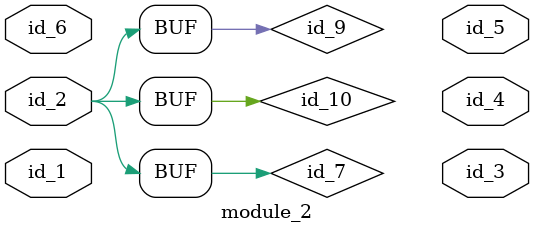
<source format=v>
module module_0 (
    id_1
);
  input wire id_1;
endmodule
module module_1 (
    id_1,
    id_2,
    id_3
);
  inout wire id_3;
  inout wire id_2;
  output wire id_1;
  initial id_2 <= 1;
  module_0 modCall_1 (id_3);
endmodule
module module_2 (
    id_1,
    id_2,
    id_3,
    id_4,
    id_5,
    id_6
);
  input wire id_6;
  output wire id_5;
  output wire id_4;
  output wire id_3;
  input wire id_2;
  input wire id_1;
  wire id_7 = id_2;
  wire id_8 = id_8;
  wire id_9;
  assign id_9 = id_2;
  module_0 modCall_1 (id_1);
  wire id_10 = id_7;
  wire id_11;
  wire id_12;
endmodule

</source>
